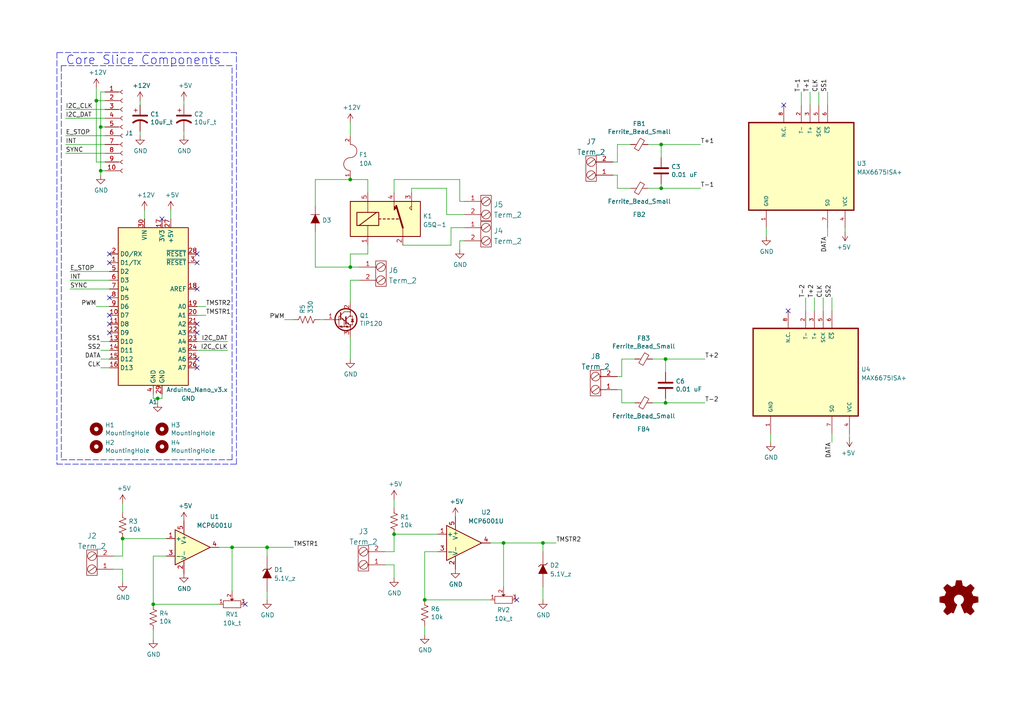
<source format=kicad_sch>
(kicad_sch (version 20231120) (generator "eeschema") (generator_version "8.0")
  (paper "A4")
  (lib_symbols
    (symbol "Amplifier_Operational:MCP6001U" (pin_names (offset 0.127))
      (property "Reference" "U" (at 0 5.08 0))
      (property "Value" "MCP6001U" (at 0 -5.08 0))
      (symbol "MCP6001U_0_1"
        (polyline (pts (xy -5.08 5.08) (xy 5.08 0) (xy -5.08 -5.08) (xy -5.08 5.08)) (stroke (width 0.254)) (fill (type background)))
        (pin power_in line (at -2.54 -7.62 90) (length 3.81) (name "V-") (number "2"))
        (pin power_in line (at -2.54 7.62 270) (length 3.81) (name "V+") (number "5"))
      )
      (symbol "MCP6001U_1_1"
        (pin input line (at -7.62 2.54 0) (length 2.54) (name "+") (number "1"))
        (pin input line (at -7.62 -2.54 0) (length 2.54) (name "-") (number "3"))
        (pin output line (at 7.62 0 180) (length 2.54) (name "~") (number "4"))
      )
    )
    (symbol "BREAD_Slice-rescue:10uF_t-OCI_UPL_2_Capacitors" (pin_numbers hide) (pin_names (offset 0.254) hide)
      (property "Reference" "C" (at 0.635 2.54 0))
      (property "Value" "10uF_t-OCI_UPL_2_Capacitors" (at 0.635 -2.54 0))
      (symbol "10uF_t-OCI_UPL_2_Capacitors_0_1"
        (polyline (pts (xy -2.032 0.762) (xy 2.032 0.762)) (stroke (width 0.508)))
        (polyline (pts (xy -1.778 2.286) (xy -0.762 2.286)))
        (polyline (pts (xy -1.27 1.778) (xy -1.27 2.794)))
        (arc (start 2.032 -1.27) (mid 0 -0.5572) (end -2.032 -1.27) (stroke (width 0.508)))
      )
      (symbol "10uF_t-OCI_UPL_2_Capacitors_1_1"
        (pin passive line (at 0 3.81 270) (length 2.794) (name "~") (number "1"))
        (pin passive line (at 0 -3.81 90) (length 3.302) (name "~") (number "2"))
      )
    )
    (symbol "Connector:Conn_01x10_Female" (pin_names (offset 1.016) hide)
      (property "Reference" "J" (at 0 12.7 0))
      (property "Value" "Conn_01x10_Female" (at 0 -15.24 0))
      (symbol "Conn_01x10_Female_1_1"
        (arc (start 0 -12.192) (mid -0.5058 -12.7) (end 0 -13.208) (stroke (width 0.1524)))
        (arc (start 0 -9.652) (mid -0.5058 -10.16) (end 0 -10.668) (stroke (width 0.1524)))
        (arc (start 0 -7.112) (mid -0.5058 -7.62) (end 0 -8.128) (stroke (width 0.1524)))
        (arc (start 0 -4.572) (mid -0.5058 -5.08) (end 0 -5.588) (stroke (width 0.1524)))
        (arc (start 0 -2.032) (mid -0.5058 -2.54) (end 0 -3.048) (stroke (width 0.1524)))
        (polyline (pts (xy -1.27 -12.7) (xy -0.508 -12.7)) (stroke (width 0.1524)))
        (polyline (pts (xy -1.27 -10.16) (xy -0.508 -10.16)) (stroke (width 0.1524)))
        (polyline (pts (xy -1.27 -7.62) (xy -0.508 -7.62)) (stroke (width 0.1524)))
        (polyline (pts (xy -1.27 -5.08) (xy -0.508 -5.08)) (stroke (width 0.1524)))
        (polyline (pts (xy -1.27 -2.54) (xy -0.508 -2.54)) (stroke (width 0.1524)))
        (polyline (pts (xy -1.27 0) (xy -0.508 0)) (stroke (width 0.1524)))
        (polyline (pts (xy -1.27 2.54) (xy -0.508 2.54)) (stroke (width 0.1524)))
        (polyline (pts (xy -1.27 5.08) (xy -0.508 5.08)) (stroke (width 0.1524)))
        (polyline (pts (xy -1.27 7.62) (xy -0.508 7.62)) (stroke (width 0.1524)))
        (polyline (pts (xy -1.27 10.16) (xy -0.508 10.16)) (stroke (width 0.1524)))
        (arc (start 0 0.508) (mid -0.5058 0) (end 0 -0.508) (stroke (width 0.1524)))
        (arc (start 0 3.048) (mid -0.5058 2.54) (end 0 2.032) (stroke (width 0.1524)))
        (arc (start 0 5.588) (mid -0.5058 5.08) (end 0 4.572) (stroke (width 0.1524)))
        (arc (start 0 8.128) (mid -0.5058 7.62) (end 0 7.112) (stroke (width 0.1524)))
        (arc (start 0 10.668) (mid -0.5058 10.16) (end 0 9.652) (stroke (width 0.1524)))
        (pin passive line (at -5.08 10.16 0) (length 3.81) (name "Pin_1") (number "1"))
        (pin passive line (at -5.08 -12.7 0) (length 3.81) (name "Pin_10") (number "10"))
        (pin passive line (at -5.08 7.62 0) (length 3.81) (name "Pin_2") (number "2"))
        (pin passive line (at -5.08 5.08 0) (length 3.81) (name "Pin_3") (number "3"))
        (pin passive line (at -5.08 2.54 0) (length 3.81) (name "Pin_4") (number "4"))
        (pin passive line (at -5.08 0 0) (length 3.81) (name "Pin_5") (number "5"))
        (pin passive line (at -5.08 -2.54 0) (length 3.81) (name "Pin_6") (number "6"))
        (pin passive line (at -5.08 -5.08 0) (length 3.81) (name "Pin_7") (number "7"))
        (pin passive line (at -5.08 -7.62 0) (length 3.81) (name "Pin_8") (number "8"))
        (pin passive line (at -5.08 -10.16 0) (length 3.81) (name "Pin_9") (number "9"))
      )
    )
    (symbol "Device:C" (pin_numbers hide) (pin_names (offset 0.254))
      (property "Reference" "C" (at 0.635 2.54 0))
      (property "Value" "C" (at 0.635 -2.54 0))
      (symbol "C_0_1"
        (polyline (pts (xy -2.032 -0.762) (xy 2.032 -0.762)) (stroke (width 0.508)))
        (polyline (pts (xy -2.032 0.762) (xy 2.032 0.762)) (stroke (width 0.508)))
      )
      (symbol "C_1_1"
        (pin passive line (at 0 3.81 270) (length 2.794) (name "~") (number "1"))
        (pin passive line (at 0 -3.81 90) (length 2.794) (name "~") (number "2"))
      )
    )
    (symbol "Device:Ferrite_Bead_Small" (pin_numbers hide) (pin_names (offset 0))
      (property "Reference" "FB" (at 1.905 1.27 0))
      (property "Value" "Device_Ferrite_Bead_Small" (at 1.905 -1.27 0))
      (symbol "Ferrite_Bead_Small_0_1"
        (polyline (pts (xy 0 -1.27) (xy 0 -0.7874)))
        (polyline (pts (xy 0 0.889) (xy 0 1.2954)))
        (polyline (pts (xy -1.8288 0.2794) (xy -1.1176 1.4986) (xy 1.8288 -0.2032) (xy 1.1176 -1.4224) (xy -1.8288 0.2794)))
      )
      (symbol "Ferrite_Bead_Small_1_1"
        (pin passive line (at 0 2.54 270) (length 1.27) (name "~") (number "1"))
        (pin passive line (at 0 -2.54 90) (length 1.27) (name "~") (number "2"))
      )
    )
    (symbol "Device:R_US" (pin_numbers hide) (pin_names (offset 0))
      (property "Reference" "R" (at 2.54 0 90))
      (property "Value" "R_US" (at -2.54 0 90))
      (symbol "R_US_0_1"
        (polyline (pts (xy 0 -2.286) (xy 0 -2.54)))
        (polyline (pts (xy 0 2.286) (xy 0 2.54)))
        (polyline (pts (xy 0 -0.762) (xy 1.016 -1.143) (xy 0 -1.524) (xy -1.016 -1.905) (xy 0 -2.286)))
        (polyline (pts (xy 0 0.762) (xy 1.016 0.381) (xy 0 0) (xy -1.016 -0.381) (xy 0 -0.762)))
        (polyline (pts (xy 0 2.286) (xy 1.016 1.905) (xy 0 1.524) (xy -1.016 1.143) (xy 0 0.762)))
      )
      (symbol "R_US_1_1"
        (pin passive line (at 0 3.81 270) (length 1.27) (name "~") (number "1"))
        (pin passive line (at 0 -3.81 90) (length 1.27) (name "~") (number "2"))
      )
    )
    (symbol "Graphic:Logo_Open_Hardware_Small" (pin_names (offset 1.016))
      (symbol "Logo_Open_Hardware_Small_0_1"
        (polyline (pts (xy 3.3528 -4.3434) (xy 3.302 -4.318) (xy 3.175 -4.2418) (xy 2.9972 -4.1148) (xy 2.7686 -3.9624) (xy 2.54 -3.81) (xy 2.3622 -3.7084) (xy 2.2352 -3.6068) (xy 2.1844 -3.5814) (xy 2.159 -3.6068) (xy 2.0574 -3.6576) (xy 1.905 -3.7338) (xy 1.8034 -3.7846) (xy 1.6764 -3.8354) (xy 1.6002 -3.8354) (xy 1.6002 -3.8354) (xy 1.5494 -3.7338) (xy 1.4732 -3.5306) (xy 1.3462 -3.302) (xy 1.2446 -3.0226) (xy 1.1176 -2.7178) (xy 0.9652 -2.413) (xy 0.8636 -2.1082) (xy 0.7366 -1.8288) (xy 0.6604 -1.6256) (xy 0.6096 -1.4732) (xy 0.5842 -1.397) (xy 0.5842 -1.397) (xy 0.6604 -1.3208) (xy 0.7874 -1.2446) (xy 1.0414 -1.016) (xy 1.2954 -0.6858) (xy 1.4478 -0.3302) (xy 1.524 0.0762) (xy 1.4732 0.4572) (xy 1.3208 0.8128) (xy 1.0668 1.143) (xy 0.762 1.3716) (xy 0.4064 1.524) (xy 0 1.5748) (xy -0.381 1.5494) (xy -0.7366 1.397) (xy -1.0668 1.143) (xy -1.2192 0.9906) (xy -1.397 0.6604) (xy -1.524 0.3048) (xy -1.524 0.2286) (xy -1.4986 -0.1778) (xy -1.397 -0.5334) (xy -1.1938 -0.8636) (xy -0.9144 -1.143) (xy -0.8636 -1.1684) (xy -0.7366 -1.27) (xy -0.635 -1.3462) (xy -0.5842 -1.397) (xy -1.0668 -2.5908) (xy -1.143 -2.794) (xy -1.2954 -3.1242) (xy -1.397 -3.4036) (xy -1.4986 -3.6322) (xy -1.5748 -3.7846) (xy -1.6002 -3.8354) (xy -1.6002 -3.8354) (xy -1.651 -3.8354) (xy -1.7272 -3.81) (xy -1.905 -3.7338) (xy -2.0066 -3.683) (xy -2.1336 -3.6068) (xy -2.2098 -3.5814) (xy -2.2606 -3.6068) (xy -2.3622 -3.683) (xy -2.54 -3.81) (xy -2.7686 -3.9624) (xy -2.9718 -4.0894) (xy -3.1496 -4.2164) (xy -3.302 -4.318) (xy -3.3528 -4.3434) (xy -3.3782 -4.3434) (xy -3.429 -4.318) (xy -3.5306 -4.2164) (xy -3.7084 -4.064) (xy -3.937 -3.8354) (xy -3.9624 -3.81) (xy -4.1656 -3.6068) (xy -4.318 -3.4544) (xy -4.4196 -3.3274) (xy -4.445 -3.2766) (xy -4.445 -3.2766) (xy -4.4196 -3.2258) (xy -4.318 -3.0734) (xy -4.2164 -2.8956) (xy -4.064 -2.667) (xy -3.6576 -2.0828) (xy -3.8862 -1.5494) (xy -3.937 -1.3716) (xy -4.0386 -1.1684) (xy -4.0894 -1.0414) (xy -4.1148 -0.9652) (xy -4.191 -0.9398) (xy -4.318 -0.9144) (xy -4.5466 -0.8636) (xy -4.8006 -0.8128) (xy -5.0546 -0.7874) (xy -5.2578 -0.7366) (xy -5.4356 -0.7112) (xy -5.5118 -0.6858) (xy -5.5118 -0.6858) (xy -5.5372 -0.635) (xy -5.5372 -0.5588) (xy -5.5372 -0.4318) (xy -5.5626 -0.2286) (xy -5.5626 0.0762) (xy -5.5626 0.127) (xy -5.5372 0.4064) (xy -5.5372 0.635) (xy -5.5372 0.762) (xy -5.5372 0.8382) (xy -5.5372 0.8382) (xy -5.461 0.8382) (xy -5.3086 0.889) (xy -5.08 0.9144) (xy -4.826 0.9652) (xy -4.8006 0.9906) (xy -4.5466 1.0414) (xy -4.318 1.0668) (xy -4.1656 1.1176) (xy -4.0894 1.143) (xy -4.0894 1.143) (xy -4.0386 1.2446) (xy -3.9624 1.4224) (xy -3.8608 1.6256) (xy -3.7846 1.8288) (xy -3.7084 2.0066) (xy -3.6576 2.159) (xy -3.6322 2.2098) (xy -3.6322 2.2098) (xy -3.683 2.286) (xy -3.7592 2.413) (xy -3.8862 2.5908) (xy -4.064 2.8194) (xy -4.064 2.8448) (xy -4.2164 3.0734) (xy -4.3434 3.2512) (xy -4.4196 3.3782) (xy -4.445 3.4544) (xy -4.445 3.4544) (xy -4.3942 3.5052) (xy -4.2926 3.6322) (xy -4.1148 3.81) (xy -3.937 4.0132) (xy -3.8608 4.064) (xy -3.6576 4.2926) (xy -3.5052 4.4196) (xy -3.4036 4.4958) (xy -3.3528 4.5212) (xy -3.3528 4.5212) (xy -3.302 4.4704) (xy -3.1496 4.3688) (xy -2.9718 4.2418) (xy -2.7432 4.0894) (xy -2.7178 4.0894) (xy -2.4892 3.937) (xy -2.3114 3.81) (xy -2.1844 3.7084) (xy -2.1336 3.683) (xy -2.1082 3.683) (xy -2.032 3.7084) (xy -1.8542 3.7592) (xy -1.6764 3.8354) (xy -1.4732 3.937) (xy -1.27 4.0132) (xy -1.143 4.064) (xy -1.0668 4.1148) (xy -1.0668 4.1148) (xy -1.0414 4.191) (xy -1.016 4.3434) (xy -0.9652 4.572) (xy -0.9144 4.8514) (xy -0.889 4.9022) (xy -0.8382 5.1562) (xy -0.8128 5.3848) (xy -0.7874 5.5372) (xy -0.762 5.588) (xy -0.7112 5.6134) (xy -0.5842 5.6134) (xy -0.4064 5.6134) (xy -0.1524 5.6134) (xy 0.0762 5.6134) (xy 0.3302 5.6134) (xy 0.5334 5.6134) (xy 0.6858 5.588) (xy 0.7366 5.588) (xy 0.7366 5.588) (xy 0.762 5.5118) (xy 0.8128 5.334) (xy 0.8382 5.1054) (xy 0.9144 4.826) (xy 0.9144 4.7752) (xy 0.9652 4.5212) (xy 1.016 4.2926) (xy 1.0414 4.1402) (xy 1.0668 4.0894) (xy 1.0668 4.0894) (xy 1.1938 4.0386) (xy 1.3716 3.9624) (xy 1.5748 3.8608) (xy 2.0828 3.6576) (xy 2.7178 4.0894) (xy 2.7686 4.1402) (xy 2.9972 4.2926) (xy 3.175 4.4196) (xy 3.302 4.4958) (xy 3.3782 4.5212) (xy 3.3782 4.5212) (xy 3.429 4.4704) (xy 3.556 4.3434) (xy 3.7338 4.191) (xy 3.9116 3.9878) (xy 4.064 3.8354) (xy 4.2418 3.6576) (xy 4.3434 3.556) (xy 4.4196 3.4798) (xy 4.4196 3.429) (xy 4.4196 3.4036) (xy 4.3942 3.3274) (xy 4.2926 3.2004) (xy 4.1656 2.9972) (xy 4.0132 2.794) (xy 3.8862 2.5908) (xy 3.7592 2.3876) (xy 3.6576 2.2352) (xy 3.6322 2.159) (xy 3.6322 2.1336) (xy 3.683 2.0066) (xy 3.7592 1.8288) (xy 3.8608 1.6002) (xy 4.064 1.1176) (xy 4.3942 1.0414) (xy 4.5974 1.016) (xy 4.8768 0.9652) (xy 5.1308 0.9144) (xy 5.5372 0.8382) (xy 5.5626 -0.6604) (xy 5.4864 -0.6858) (xy 5.4356 -0.6858) (xy 5.2832 -0.7366) (xy 5.0546 -0.762) (xy 4.8006 -0.8128) (xy 4.5974 -0.8636) (xy 4.3688 -0.9144) (xy 4.2164 -0.9398) (xy 4.1402 -0.9398) (xy 4.1148 -0.9652) (xy 4.064 -1.0668) (xy 3.9878 -1.2446) (xy 3.9116 -1.4478) (xy 3.81 -1.651) (xy 3.7338 -1.8542) (xy 3.683 -2.0066) (xy 3.6576 -2.0828) (xy 3.683 -2.1336) (xy 3.7846 -2.2606) (xy 3.8862 -2.4638) (xy 4.0386 -2.667) (xy 4.191 -2.8956) (xy 4.318 -3.0734) (xy 4.3942 -3.2004) (xy 4.445 -3.2766) (xy 4.4196 -3.3274) (xy 4.3434 -3.429) (xy 4.1656 -3.5814) (xy 3.937 -3.8354) (xy 3.8862 -3.8608) (xy 3.683 -4.064) (xy 3.5306 -4.2164) (xy 3.4036 -4.318) (xy 3.3528 -4.3434)) (fill (type outline)))
      )
    )
    (symbol "MAX6675ISA_:MAX6675ISA+" (pin_names (offset 1.016))
      (property "Reference" "U" (at -12.7 16.2306 0))
      (property "Value" "MAX6675ISA+" (at -12.7 -19.2278 0))
      (symbol "MAX6675ISA+_0_0"
        (rectangle (start -12.7 -15.24) (end 12.7 15.24) (stroke (width 0.4064)) (fill (type background)))
        (pin power_in line (at 17.78 -10.16 180) (length 5.08) (name "GND") (number "1"))
        (pin input line (at -17.78 0 0) (length 5.08) (name "T-") (number "2"))
        (pin input line (at -17.78 2.54 0) (length 5.08) (name "T+") (number "3"))
        (pin power_in line (at 17.78 12.7 180) (length 5.08) (name "VCC") (number "4"))
        (pin input line (at -17.78 5.08 0) (length 5.08) (name "SCK") (number "5"))
        (pin input line (at -17.78 7.62 0) (length 5.08) (name "~{CS}") (number "6"))
        (pin output line (at 17.78 7.62 180) (length 5.08) (name "SO") (number "7"))
        (pin bidirectional line (at -17.78 -5.08 0) (length 5.08) (name "N.C.") (number "8"))
      )
    )
    (symbol "MCU_Module:Arduino_Nano_v3.x"
      (property "Reference" "A" (at -10.16 23.495 0))
      (property "Value" "Arduino_Nano_v3.x" (at 5.08 -24.13 0))
      (symbol "Arduino_Nano_v3.x_0_1"
        (rectangle (start -10.16 22.86) (end 10.16 -22.86) (stroke (width 0.254)) (fill (type background)))
      )
      (symbol "Arduino_Nano_v3.x_1_1"
        (pin bidirectional line (at -12.7 12.7 0) (length 2.54) (name "D1/TX") (number "1"))
        (pin bidirectional line (at -12.7 -2.54 0) (length 2.54) (name "D7") (number "10"))
        (pin bidirectional line (at -12.7 -5.08 0) (length 2.54) (name "D8") (number "11"))
        (pin bidirectional line (at -12.7 -7.62 0) (length 2.54) (name "D9") (number "12"))
        (pin bidirectional line (at -12.7 -10.16 0) (length 2.54) (name "D10") (number "13"))
        (pin bidirectional line (at -12.7 -12.7 0) (length 2.54) (name "D11") (number "14"))
        (pin bidirectional line (at -12.7 -15.24 0) (length 2.54) (name "D12") (number "15"))
        (pin bidirectional line (at -12.7 -17.78 0) (length 2.54) (name "D13") (number "16"))
        (pin power_out line (at 2.54 25.4 270) (length 2.54) (name "3V3") (number "17"))
        (pin input line (at 12.7 5.08 180) (length 2.54) (name "AREF") (number "18"))
        (pin bidirectional line (at 12.7 0 180) (length 2.54) (name "A0") (number "19"))
        (pin bidirectional line (at -12.7 15.24 0) (length 2.54) (name "D0/RX") (number "2"))
        (pin bidirectional line (at 12.7 -2.54 180) (length 2.54) (name "A1") (number "20"))
        (pin bidirectional line (at 12.7 -5.08 180) (length 2.54) (name "A2") (number "21"))
        (pin bidirectional line (at 12.7 -7.62 180) (length 2.54) (name "A3") (number "22"))
        (pin bidirectional line (at 12.7 -10.16 180) (length 2.54) (name "A4") (number "23"))
        (pin bidirectional line (at 12.7 -12.7 180) (length 2.54) (name "A5") (number "24"))
        (pin bidirectional line (at 12.7 -15.24 180) (length 2.54) (name "A6") (number "25"))
        (pin bidirectional line (at 12.7 -17.78 180) (length 2.54) (name "A7") (number "26"))
        (pin power_out line (at 5.08 25.4 270) (length 2.54) (name "+5V") (number "27"))
        (pin input line (at 12.7 15.24 180) (length 2.54) (name "~{RESET}") (number "28"))
        (pin power_in line (at 2.54 -25.4 90) (length 2.54) (name "GND") (number "29"))
        (pin input line (at 12.7 12.7 180) (length 2.54) (name "~{RESET}") (number "3"))
        (pin power_in line (at -2.54 25.4 270) (length 2.54) (name "VIN") (number "30"))
        (pin power_in line (at 0 -25.4 90) (length 2.54) (name "GND") (number "4"))
        (pin bidirectional line (at -12.7 10.16 0) (length 2.54) (name "D2") (number "5"))
        (pin bidirectional line (at -12.7 7.62 0) (length 2.54) (name "D3") (number "6"))
        (pin bidirectional line (at -12.7 5.08 0) (length 2.54) (name "D4") (number "7"))
        (pin bidirectional line (at -12.7 2.54 0) (length 2.54) (name "D5") (number "8"))
        (pin bidirectional line (at -12.7 0 0) (length 2.54) (name "D6") (number "9"))
      )
    )
    (symbol "Mechanical:MountingHole" (pin_names (offset 1.016))
      (property "Reference" "H" (at 0 5.08 0))
      (property "Value" "MountingHole" (at 0 3.175 0))
      (symbol "MountingHole_0_1"
        (circle (center 0 0) (radius 1.27) (stroke (width 1.27)))
      )
    )
    (symbol "OCI_UPL_10_Connectors:Term_2" (pin_names (offset 1.016))
      (property "Reference" "J" (at 3.81 1.27 0))
      (property "Value" "Term_2" (at 6.35 3.81 0))
      (symbol "Term_2_0_1"
        (rectangle (start -1.524 5.588) (end 1.524 -1.778))
        (polyline (pts (xy -1.016 -0.762) (xy 1.016 0.762)))
        (polyline (pts (xy -1.016 3.048) (xy 1.016 4.572)))
        (circle (center 0 0) (radius 1.27))
        (circle (center 0 3.81) (radius 1.27))
      )
      (symbol "Term_2_1_1"
        (pin input line (at -6.35 3.81 0) (length 5.08) (name "~") (number "1"))
        (pin input line (at -6.35 0 0) (length 5.08) (name "~") (number "2"))
      )
    )
    (symbol "OCI_UPL_11_Mechanical:FUSE_Blade" (pin_names (offset 0.254))
      (property "Reference" "F" (at 2.54 1.27 0))
      (property "Value" "FUSE_Blade" (at 0 -3.81 0))
      (symbol "FUSE_Blade_0_1"
        (arc (start 0 0) (mid -1.905 1.8967) (end -3.81 0))
        (arc (start 0 0) (mid 1.905 -1.8967) (end 3.81 0))
      )
      (symbol "FUSE_Blade_1_1"
        (pin input line (at -6.35 0 0) (length 2.54) (name "~") (number "1"))
        (pin input line (at 6.35 0 180) (length 2.54) (name "~") (number "2"))
      )
    )
    (symbol "OCI_UPL_1_Resistors:10k_t" (pin_names (offset 1.016) hide)
      (property "Reference" "RV" (at 0 -2.032 0))
      (property "Value" "10k_t" (at 0 0 0))
      (symbol "10k_t_0_1"
        (rectangle (start -2.54 1.016) (end 2.54 -1.016))
        (polyline (pts (xy 0 1.016) (xy -0.508 1.524) (xy 0.508 1.524)) (fill (type outline)))
      )
      (symbol "10k_t_1_1"
        (pin passive line (at -3.81 0 0) (length 1.27) (name "1") (number "1"))
        (pin passive line (at 0 3.81 270) (length 2.54) (name "2") (number "2"))
        (pin passive line (at 3.81 0 180) (length 1.27) (name "3") (number "3"))
      )
    )
    (symbol "OCI_UPL_4_Semiconductors:5.1V_z" (pin_numbers hide) (pin_names (offset 1.016) hide)
      (property "Reference" "D" (at 0 2.54 0))
      (property "Value" "5.1V_z" (at 0 -2.54 0))
      (symbol "5.1V_z_0_1"
        (polyline (pts (xy -1.778 1.27) (xy -1.27 0.762) (xy -1.27 -0.762) (xy -0.762 -1.27) (xy -0.762 -1.27)) (stroke (width 0.2032)))
        (polyline (pts (xy -1.27 0) (xy 1.27 1.27) (xy 1.27 -1.27) (xy -1.27 0) (xy -1.27 0)) (fill (type outline)))
      )
      (symbol "5.1V_z_1_1"
        (pin passive line (at -5.08 0 0) (length 3.81) (name "K") (number "1"))
        (pin passive line (at 5.08 0 180) (length 3.81) (name "A") (number "2"))
      )
    )
    (symbol "OCI_UPL_4_Semiconductors:General_Purpose_Diode" (pin_numbers hide) (pin_names (offset 1.016) hide)
      (property "Reference" "D" (at 0 2.54 0))
      (symbol "General_Purpose_Diode_0_1"
        (polyline (pts (xy -1.27 1.27) (xy -1.27 -1.27)) (stroke (width 0.1524)))
        (polyline (pts (xy 1.27 1.27) (xy -1.27 0) (xy 1.27 -1.27)) (fill (type outline)))
      )
      (symbol "General_Purpose_Diode_1_1"
        (pin passive line (at -3.81 0 0) (length 2.54) (name "K") (number "1"))
        (pin passive line (at 3.81 0 180) (length 2.54) (name "A") (number "2"))
      )
    )
    (symbol "Relay:G5Q-1"
      (property "Reference" "K" (at 11.43 3.81 0))
      (property "Value" "G5Q-1" (at 11.43 1.27 0))
      (symbol "G5Q-1_0_0"
        (polyline (pts (xy 7.62 5.08) (xy 7.62 2.54) (xy 6.985 3.175) (xy 7.62 3.81)))
      )
      (symbol "G5Q-1_0_1"
        (rectangle (start -10.16 5.08) (end 10.16 -5.08) (stroke (width 0.254)) (fill (type background)))
        (rectangle (start -8.255 1.905) (end -1.905 -1.905) (stroke (width 0.254)))
        (polyline (pts (xy -7.62 -1.905) (xy -2.54 1.905)) (stroke (width 0.254)))
        (polyline (pts (xy -5.08 -5.08) (xy -5.08 -1.905)))
        (polyline (pts (xy -5.08 5.08) (xy -5.08 1.905)))
        (polyline (pts (xy -1.905 0) (xy -1.27 0)) (stroke (width 0.254)))
        (polyline (pts (xy -0.635 0) (xy 0 0)) (stroke (width 0.254)))
        (polyline (pts (xy 0.635 0) (xy 1.27 0)) (stroke (width 0.254)))
        (polyline (pts (xy 1.905 0) (xy 2.54 0)) (stroke (width 0.254)))
        (polyline (pts (xy 3.175 0) (xy 3.81 0)) (stroke (width 0.254)))
        (polyline (pts (xy 5.08 -2.54) (xy 3.175 3.81)) (stroke (width 0.508)))
        (polyline (pts (xy 5.08 -2.54) (xy 5.08 -5.08)))
        (polyline (pts (xy 2.54 5.08) (xy 2.54 2.54) (xy 3.175 3.175) (xy 2.54 3.81)) (fill (type outline)))
      )
      (symbol "G5Q-1_1_1"
        (pin passive line (at -5.08 -7.62 90) (length 2.54) (name "~") (number "1"))
        (pin passive line (at 5.08 -7.62 90) (length 2.54) (name "~") (number "2"))
        (pin passive line (at 7.62 7.62 270) (length 2.54) (name "~") (number "3"))
        (pin passive line (at 2.54 7.62 270) (length 2.54) (name "~") (number "4"))
        (pin passive line (at -5.08 7.62 270) (length 2.54) (name "~") (number "5"))
      )
    )
    (symbol "Transistor_BJT:TIP120" (pin_names (offset 0) hide)
      (property "Reference" "Q" (at 5.08 1.905 0))
      (property "Value" "TIP120" (at 5.08 0 0))
      (symbol "TIP120_0_1"
        (circle (center -0.762 0) (radius 0.127))
        (polyline (pts (xy -1.27 0) (xy -0.889 0)))
        (polyline (pts (xy 2.54 -2.032) (xy 2.54 -2.54)))
        (polyline (pts (xy 2.54 -1.524) (xy 3.175 -1.524)))
        (polyline (pts (xy 2.794 0.127) (xy 3.556 0.127)))
        (polyline (pts (xy 3.175 -0.635) (xy 3.175 -1.524)))
        (polyline (pts (xy 3.175 1.016) (xy 2.54 1.016)))
        (polyline (pts (xy 3.175 1.016) (xy 3.175 0.127)))
        (polyline (pts (xy -0.254 0.762) (xy 0.762 -0.254) (xy 1.27 -0.254)))
        (polyline (pts (xy -0.254 1.016) (xy -0.762 1.016) (xy -0.762 -2.032)))
        (polyline (pts (xy -0.254 1.27) (xy 0.762 2.286) (xy 2.54 2.286)))
        (polyline (pts (xy -0.254 2.032) (xy -0.254 0) (xy -0.254 0)) (stroke (width 0.3048)))
        (polyline (pts (xy 1.27 0.762) (xy 1.27 -1.27) (xy 1.27 -1.27)) (stroke (width 0.381)))
        (polyline (pts (xy 0.635 -0.127) (xy 0.381 0.381) (xy 0.127 0.127) (xy 0.635 -0.127)))
        (polyline (pts (xy 1.27 -0.508) (xy 2.286 -1.524) (xy 2.54 -1.524) (xy 2.54 -2.032)))
        (polyline (pts (xy 1.27 0) (xy 2.286 1.016) (xy 2.54 1.016) (xy 2.54 2.286)))
        (polyline (pts (xy 2.159 -1.397) (xy 1.905 -0.889) (xy 1.651 -1.143) (xy 2.159 -1.397)))
        (polyline (pts (xy 3.175 0.127) (xy 2.794 -0.635) (xy 3.556 -0.635) (xy 3.175 0.127)) (fill (type outline)))
        (polyline (pts (xy 0.762 -2.032) (xy 0.381 -2.032) (xy 0.254 -2.286) (xy 0.127 -1.778) (xy 0 -2.286) (xy -0.127 -1.778) (xy -0.254 -2.286) (xy -0.381 -1.778) (xy -0.508 -2.032) (xy -0.762 -2.032)))
        (polyline (pts (xy 0.762 -0.254) (xy 0.762 -2.032) (xy 1.143 -2.032) (xy 1.27 -1.778) (xy 1.397 -2.286) (xy 1.524 -1.778) (xy 1.651 -2.286) (xy 1.778 -1.778) (xy 1.905 -2.286) (xy 2.032 -2.032) (xy 2.54 -2.032)))
        (circle (center 0.762 -2.032) (radius 0.127))
        (circle (center 0.762 -0.254) (radius 0.127))
        (circle (center 1.27 0) (radius 3.175) (stroke (width 0.3556)))
        (circle (center 2.54 -2.032) (radius 0.127))
        (circle (center 2.54 -1.524) (radius 0.127))
        (circle (center 2.54 1.016) (radius 0.127))
        (circle (center 2.54 2.286) (radius 0.127))
      )
      (symbol "TIP120_1_1"
        (pin input line (at -5.08 0 0) (length 3.81) (name "B") (number "1"))
        (pin passive line (at 2.54 5.08 270) (length 2.667) (name "C") (number "2"))
        (pin passive line (at 2.54 -5.08 90) (length 2.54) (name "E") (number "3"))
      )
    )
    (symbol "power:+12V" (power) (pin_names (offset 0))
      (property "Value" "+12V" (at 0 3.556 0))
      (symbol "+12V_0_1"
        (polyline (pts (xy -0.762 1.27) (xy 0 2.54)))
        (polyline (pts (xy 0 0) (xy 0 2.54)))
        (polyline (pts (xy 0 2.54) (xy 0.762 1.27)))
      )
      (symbol "+12V_1_1"
        (pin power_in line (at 0 0 90) (length 0) hide (name "+12V") (number "1"))
      )
    )
    (symbol "power:+5V" (power) (pin_names (offset 0))
      (property "Value" "+5V" (at 0 3.556 0))
      (symbol "+5V_0_1"
        (polyline (pts (xy -0.762 1.27) (xy 0 2.54)))
        (polyline (pts (xy 0 0) (xy 0 2.54)))
        (polyline (pts (xy 0 2.54) (xy 0.762 1.27)))
      )
      (symbol "+5V_1_1"
        (pin power_in line (at 0 0 90) (length 0) hide (name "+5V") (number "1"))
      )
    )
    (symbol "power:GND" (power) (pin_names (offset 0))
      (property "Value" "GND" (at 0 -3.81 0))
      (symbol "GND_0_1"
        (polyline (pts (xy 0 0) (xy 0 -1.27) (xy 1.27 -1.27) (xy 0 -2.54) (xy -1.27 -1.27) (xy 0 -1.27)))
      )
      (symbol "GND_1_1"
        (pin power_in line (at 0 0 270) (length 0) hide (name "GND") (number "1"))
      )
    )
  )
  (junction (at 123.19 173.99))
  (junction (at 29.21 49.53))
  (junction (at 101.6 77.47))
  (junction (at 35.56 156.21))
  (junction (at 101.6 52.07))
  (junction (at 191.77 54.61))
  (junction (at 27.94 29.21))
  (junction (at 114.3 154.94))
  (junction (at 45.72 115.57))
  (junction (at 29.21 36.83))
  (junction (at 67.31 158.75))
  (junction (at 193.04 116.84))
  (junction (at 157.48 157.48))
  (junction (at 191.77 41.91))
  (junction (at 77.47 158.75))
  (junction (at 146.05 157.48))
  (junction (at 193.04 104.14))
  (junction (at 44.45 175.26))
  (no_connect (at 57.15 96.52))
  (no_connect (at 31.75 86.36))
  (no_connect (at 57.15 83.82))
  (no_connect (at 31.75 76.2))
  (no_connect (at 149.86 173.99))
  (no_connect (at 228.6 90.17))
  (no_connect (at 31.75 91.44))
  (no_connect (at 31.75 96.52))
  (no_connect (at 71.12 175.26))
  (no_connect (at 31.75 73.66))
  (no_connect (at 46.99 63.5))
  (no_connect (at 31.75 93.98))
  (no_connect (at 57.15 93.98))
  (no_connect (at 57.15 106.68))
  (no_connect (at 57.15 104.14))
  (no_connect (at 57.15 73.66))
  (no_connect (at 57.15 76.2))
  (no_connect (at 227.33 30.48))
  (wire (pts (xy 106.68 71.12) (xy 106.68 73.66)))
  (wire (pts (xy 46.99 115.57) (xy 46.99 114.3)))
  (wire (pts (xy 29.21 106.68) (xy 31.75 106.68)))
  (wire (pts (xy 180.34 113.03) (xy 180.34 116.84)))
  (wire (pts (xy 29.21 101.6) (xy 31.75 101.6)))
  (wire (pts (xy 77.47 171.45) (xy 77.47 173.99)))
  (wire (pts (xy 123.19 173.99) (xy 142.24 173.99)))
  (wire (pts (xy 101.6 73.66) (xy 101.6 77.47)))
  (wire (pts (xy 114.3 52.07) (xy 133.35 52.07)))
  (wire (pts (xy 129.54 54.61) (xy 129.54 62.23)))
  (wire (pts (xy 114.3 154.94) (xy 127 154.94)))
  (wire (pts (xy 146.05 157.48) (xy 157.48 157.48)))
  (wire (pts (xy 142.24 157.48) (xy 146.05 157.48)))
  (wire (pts (xy 40.64 39.37) (xy 40.64 38.1)))
  (wire (pts (xy 63.5 158.75) (xy 67.31 158.75)))
  (wire (pts (xy 91.44 52.07) (xy 91.44 59.69)))
  (wire (pts (xy 35.56 156.21) (xy 35.56 161.29)))
  (wire (pts (xy 45.72 115.57) (xy 46.99 115.57)))
  (polyline (pts (xy 67.31 133.35) (xy 67.31 19.05)) (stroke (width 0) (type dash)))
  (wire (pts (xy 157.48 170.18) (xy 157.48 173.99)))
  (wire (pts (xy 106.68 55.88) (xy 106.68 52.07)))
  (wire (pts (xy 157.48 157.48) (xy 157.48 160.02)))
  (wire (pts (xy 179.07 46.99) (xy 179.07 41.91)))
  (wire (pts (xy 101.6 52.07) (xy 106.68 52.07)))
  (wire (pts (xy 234.95 26.67) (xy 234.95 30.48)))
  (wire (pts (xy 19.05 41.91) (xy 30.48 41.91)))
  (wire (pts (xy 133.35 52.07) (xy 133.35 58.42)))
  (wire (pts (xy 101.6 77.47) (xy 104.14 77.47)))
  (wire (pts (xy 129.54 62.23) (xy 134.62 62.23)))
  (wire (pts (xy 27.94 29.21) (xy 30.48 29.21)))
  (wire (pts (xy 133.35 58.42) (xy 134.62 58.42)))
  (wire (pts (xy 106.68 73.66) (xy 101.6 73.66)))
  (wire (pts (xy 111.76 163.83) (xy 114.3 163.83)))
  (wire (pts (xy 44.45 182.88) (xy 44.45 185.42)))
  (polyline (pts (xy 16.51 134.62) (xy 68.58 134.62)) (stroke (width 0) (type dash)))
  (wire (pts (xy 77.47 158.75) (xy 77.47 161.29)))
  (wire (pts (xy 180.34 109.22) (xy 180.34 104.14)))
  (wire (pts (xy 133.35 69.85) (xy 133.35 72.39)))
  (wire (pts (xy 236.22 86.36) (xy 236.22 90.17)))
  (polyline (pts (xy 17.78 19.05) (xy 17.78 133.35)) (stroke (width 0) (type dash)))
  (wire (pts (xy 92.71 92.71) (xy 93.98 92.71)))
  (wire (pts (xy 114.3 55.88) (xy 114.3 52.07)))
  (wire (pts (xy 193.04 104.14) (xy 204.47 104.14)))
  (wire (pts (xy 179.07 109.22) (xy 180.34 109.22)))
  (wire (pts (xy 240.03 26.67) (xy 240.03 30.48)))
  (wire (pts (xy 123.19 181.61) (xy 123.19 184.15)))
  (wire (pts (xy 27.94 25.4) (xy 27.94 29.21)))
  (wire (pts (xy 179.07 41.91) (xy 182.88 41.91)))
  (wire (pts (xy 48.26 161.29) (xy 44.45 161.29)))
  (wire (pts (xy 29.21 49.53) (xy 29.21 36.83)))
  (wire (pts (xy 187.96 41.91) (xy 191.77 41.91)))
  (wire (pts (xy 187.96 54.61) (xy 191.77 54.61)))
  (wire (pts (xy 29.21 99.06) (xy 31.75 99.06)))
  (wire (pts (xy 35.56 165.1) (xy 35.56 168.91)))
  (wire (pts (xy 30.48 39.37) (xy 19.05 39.37)))
  (wire (pts (xy 134.62 69.85) (xy 133.35 69.85)))
  (wire (pts (xy 232.41 26.67) (xy 232.41 30.48)))
  (wire (pts (xy 53.34 30.48) (xy 53.34 29.21)))
  (polyline (pts (xy 67.31 19.05) (xy 17.78 19.05)) (stroke (width 0) (type dash)))
  (wire (pts (xy 222.25 66.04) (xy 222.25 68.58)))
  (wire (pts (xy 44.45 161.29) (xy 44.45 175.26)))
  (wire (pts (xy 157.48 157.48) (xy 161.29 157.48)))
  (wire (pts (xy 30.48 46.99) (xy 27.94 46.99)))
  (wire (pts (xy 19.05 44.45) (xy 30.48 44.45)))
  (wire (pts (xy 177.8 46.99) (xy 179.07 46.99)))
  (wire (pts (xy 57.15 88.9) (xy 59.69 88.9)))
  (wire (pts (xy 101.6 35.56) (xy 101.6 39.37)))
  (wire (pts (xy 101.6 81.28) (xy 104.14 81.28)))
  (wire (pts (xy 130.81 71.12) (xy 130.81 66.04)))
  (wire (pts (xy 116.84 71.12) (xy 130.81 71.12)))
  (wire (pts (xy 33.02 161.29) (xy 35.56 161.29)))
  (wire (pts (xy 30.48 31.75) (xy 19.05 31.75)))
  (wire (pts (xy 20.32 83.82) (xy 31.75 83.82)))
  (wire (pts (xy 177.8 50.8) (xy 179.07 50.8)))
  (polyline (pts (xy 68.58 15.24) (xy 16.51 15.24)) (stroke (width 0) (type dash)))
  (wire (pts (xy 193.04 116.84) (xy 204.47 116.84)))
  (wire (pts (xy 233.68 86.36) (xy 233.68 90.17)))
  (wire (pts (xy 238.76 86.36) (xy 238.76 90.17)))
  (wire (pts (xy 101.6 97.79) (xy 101.6 104.14)))
  (wire (pts (xy 19.05 34.29) (xy 30.48 34.29)))
  (wire (pts (xy 114.3 163.83) (xy 114.3 167.64)))
  (wire (pts (xy 49.53 60.96) (xy 49.53 63.5)))
  (wire (pts (xy 146.05 157.48) (xy 146.05 170.18)))
  (wire (pts (xy 44.45 114.3) (xy 44.45 115.57)))
  (wire (pts (xy 191.77 41.91) (xy 191.77 45.72)))
  (polyline (pts (xy 16.51 15.24) (xy 16.51 134.62)) (stroke (width 0) (type dash)))
  (wire (pts (xy 35.56 146.05) (xy 35.56 148.59)))
  (wire (pts (xy 91.44 77.47) (xy 101.6 77.47)))
  (wire (pts (xy 191.77 54.61) (xy 203.2 54.61)))
  (wire (pts (xy 123.19 160.02) (xy 123.19 173.99)))
  (wire (pts (xy 29.21 26.67) (xy 30.48 26.67)))
  (wire (pts (xy 245.11 66.04) (xy 245.11 67.31)))
  (wire (pts (xy 40.64 30.48) (xy 40.64 29.21)))
  (wire (pts (xy 193.04 104.14) (xy 193.04 107.95)))
  (wire (pts (xy 179.07 50.8) (xy 179.07 54.61)))
  (wire (pts (xy 101.6 52.07) (xy 91.44 52.07)))
  (wire (pts (xy 191.77 41.91) (xy 203.2 41.91)))
  (wire (pts (xy 77.47 158.75) (xy 85.09 158.75)))
  (wire (pts (xy 33.02 165.1) (xy 35.56 165.1)))
  (wire (pts (xy 241.3 125.73) (xy 241.3 128.27)))
  (wire (pts (xy 30.48 36.83) (xy 29.21 36.83)))
  (wire (pts (xy 44.45 115.57) (xy 45.72 115.57)))
  (wire (pts (xy 101.6 81.28) (xy 101.6 87.63)))
  (wire (pts (xy 111.76 160.02) (xy 114.3 160.02)))
  (wire (pts (xy 45.72 115.57) (xy 45.72 116.84)))
  (wire (pts (xy 31.75 78.74) (xy 20.32 78.74)))
  (wire (pts (xy 29.21 104.14) (xy 31.75 104.14)))
  (wire (pts (xy 193.04 116.84) (xy 193.04 115.57)))
  (wire (pts (xy 35.56 156.21) (xy 48.26 156.21)))
  (wire (pts (xy 53.34 39.37) (xy 53.34 38.1)))
  (wire (pts (xy 27.94 46.99) (xy 27.94 29.21)))
  (wire (pts (xy 29.21 50.8) (xy 29.21 49.53)))
  (wire (pts (xy 67.31 158.75) (xy 77.47 158.75)))
  (wire (pts (xy 189.23 104.14) (xy 193.04 104.14)))
  (wire (pts (xy 114.3 154.94) (xy 114.3 160.02)))
  (wire (pts (xy 191.77 54.61) (xy 191.77 53.34)))
  (wire (pts (xy 20.32 81.28) (xy 31.75 81.28)))
  (wire (pts (xy 57.15 101.6) (xy 66.04 101.6)))
  (wire (pts (xy 180.34 116.84) (xy 184.15 116.84)))
  (wire (pts (xy 67.31 158.75) (xy 67.31 171.45)))
  (wire (pts (xy 241.3 86.36) (xy 241.3 90.17)))
  (wire (pts (xy 237.49 26.67) (xy 237.49 30.48)))
  (wire (pts (xy 127 160.02) (xy 123.19 160.02)))
  (wire (pts (xy 82.55 92.71) (xy 85.09 92.71)))
  (wire (pts (xy 179.07 54.61) (xy 182.88 54.61)))
  (wire (pts (xy 29.21 36.83) (xy 29.21 26.67)))
  (wire (pts (xy 41.91 60.96) (xy 41.91 63.5)))
  (wire (pts (xy 27.94 88.9) (xy 31.75 88.9)))
  (wire (pts (xy 119.38 55.88) (xy 119.38 54.61)))
  (wire (pts (xy 57.15 91.44) (xy 59.69 91.44)))
  (wire (pts (xy 66.04 99.06) (xy 57.15 99.06)))
  (wire (pts (xy 240.03 66.04) (xy 240.03 68.58)))
  (polyline (pts (xy 17.78 133.35) (xy 67.31 133.35)) (stroke (width 0) (type dash)))
  (wire (pts (xy 119.38 54.61) (xy 129.54 54.61)))
  (wire (pts (xy 44.45 175.26) (xy 63.5 175.26)))
  (wire (pts (xy 30.48 49.53) (xy 29.21 49.53)))
  (wire (pts (xy 180.34 104.14) (xy 184.15 104.14)))
  (wire (pts (xy 91.44 67.31) (xy 91.44 77.47)))
  (wire (pts (xy 189.23 116.84) (xy 193.04 116.84)))
  (wire (pts (xy 223.52 125.73) (xy 223.52 128.27)))
  (polyline (pts (xy 68.58 134.62) (xy 68.58 15.24)) (stroke (width 0) (type dash)))
  (wire (pts (xy 130.81 66.04) (xy 134.62 66.04)))
  (wire (pts (xy 179.07 113.03) (xy 180.34 113.03)))
  (wire (pts (xy 114.3 144.78) (xy 114.3 147.32)))
  (wire (pts (xy 246.38 125.73) (xy 246.38 127)))
  (text "Core Slice Components" (at 19.05 19.05 0) (effects (font (size 2.54 2.54)) (justify left bottom)))
  (label "T+2" (at 236.22 86.36 90))
  (label "CLK" (at 237.49 26.67 90))
  (label "T-2" (at 204.47 116.84 0))
  (label "I2C_CLK" (at 19.05 31.75 0))
  (label "I2C_DAT" (at 19.05 34.29 0))
  (label "E_STOP" (at 20.32 78.74 0))
  (label "E_STOP" (at 19.05 39.37 0))
  (label "CLK" (at 29.21 106.68 180))
  (label "SS2" (at 29.21 101.6 180))
  (label "PWM" (at 82.55 92.71 180))
  (label "DATA" (at 240.03 68.58 270))
  (label "DATA" (at 241.3 128.27 270))
  (label "T-1" (at 203.2 54.61 0))
  (label "INT" (at 20.32 81.28 0))
  (label "PWM" (at 27.94 88.9 180))
  (label "SS1" (at 240.03 26.67 90))
  (label "T-2" (at 233.68 86.36 90))
  (label "TMSTR1" (at 85.09 158.75 0))
  (label "T+1" (at 203.2 41.91 0))
  (label "T+2" (at 204.47 104.14 0))
  (label "SYNC" (at 20.32 83.82 0))
  (label "T-1" (at 232.41 26.67 90))
  (label "CLK" (at 238.76 86.36 90))
  (label "SYNC" (at 19.05 44.45 0))
  (label "DATA" (at 29.21 104.14 180))
  (label "SS1" (at 29.21 99.06 180))
  (label "SS2" (at 241.3 86.36 90))
  (label "TMSTR1" (at 59.69 91.44 0))
  (label "I2C_DAT" (at 66.04 99.06 180))
  (label "INT" (at 19.05 41.91 0))
  (label "T+1" (at 234.95 26.67 90))
  (label "I2C_CLK" (at 66.04 101.6 180))
  (label "TMSTR2" (at 161.29 157.48 0))
  (label "TMSTR2" (at 59.69 88.9 0))
  (symbol (lib_id "power:GND") (at 45.72 116.84 0) (unit 1)
    (property "Reference" "#PWR06" (effects (hide yes)))
    (property "Value" "GND" (at 54.61 115.57 0))
  )
  (symbol (lib_id "power:+5V") (at 49.53 60.96 0) (unit 1)
    (property "Reference" "#PWR07" (effects (hide yes)))
    (property "Value" "+5V" (at 49.911 56.5658 0))
  )
  (symbol (lib_id "power:+12V") (at 41.91 60.96 0) (unit 1)
    (property "Reference" "#PWR05" (effects (hide yes)))
    (property "Value" "+12V" (at 42.291 56.5658 0))
  )
  (symbol (lib_id "BREAD_Slice-rescue:10uF_t-OCI_UPL_2_Capacitors") (at 40.64 34.29 0) (unit 1)
    (property "Reference" "C1" (at 43.561 33.1216 0) (effects (justify left)))
    (property "Value" "10uF_t" (at 43.561 35.433 0) (effects (justify left)))
    (property "Footprint" "OCI:C_1206_HandSoldering" (effects (hide yes)))
    (property "Datasheet" "https://www.digikey.com/short/qcd8n7" (effects (hide yes)))
    (property "Part #" "T491C106K025AT" (effects (hide yes)))
    (property "UPL #" "2.021" (effects (hide yes)))
  )
  (symbol (lib_id "power:GND") (at 40.64 39.37 0) (unit 1)
    (property "Reference" "#PWR04" (effects (hide yes)))
    (property "Value" "GND" (at 40.767 43.7642 0))
  )
  (symbol (lib_id "Mechanical:MountingHole") (at 27.94 124.46 0) (unit 1)
    (property "Reference" "H1" (at 30.48 123.2916 0) (effects (justify left)))
    (property "Value" "MountingHole" (at 30.48 125.603 0) (effects (justify left)))
    (property "Footprint" "MountingHole:MountingHole_3.2mm_M3_DIN965_Pad" (effects (hide yes)))
  )
  (symbol (lib_id "Mechanical:MountingHole") (at 46.99 124.46 0) (unit 1)
    (property "Reference" "H3" (at 49.53 123.2916 0) (effects (justify left)))
    (property "Value" "MountingHole" (at 49.53 125.603 0) (effects (justify left)))
    (property "Footprint" "MountingHole:MountingHole_3.2mm_M3_DIN965_Pad" (effects (hide yes)))
  )
  (symbol (lib_id "Mechanical:MountingHole") (at 27.94 129.54 0) (unit 1)
    (property "Reference" "H2" (at 30.48 128.3716 0) (effects (justify left)))
    (property "Value" "MountingHole" (at 30.48 130.683 0) (effects (justify left)))
    (property "Footprint" "MountingHole:MountingHole_3.2mm_M3_DIN965_Pad" (effects (hide yes)))
  )
  (symbol (lib_id "Mechanical:MountingHole") (at 46.99 129.54 0) (unit 1)
    (property "Reference" "H4" (at 49.53 128.3716 0) (effects (justify left)))
    (property "Value" "MountingHole" (at 49.53 130.683 0) (effects (justify left)))
    (property "Footprint" "MountingHole:MountingHole_3.2mm_M3_DIN965_Pad" (effects (hide yes)))
  )
  (symbol (lib_id "MCU_Module:Arduino_Nano_v3.x") (at 44.45 88.9 0) (unit 1)
    (property "Reference" "A1" (at 44.45 116.5606 0))
    (property "Value" "Arduino_Nano_v3.x" (at 57.15 113.03 0))
    (property "Footprint" "Module:Arduino_Nano" (effects (hide yes)))
    (property "Datasheet" "http://www.mouser.com/pdfdocs/Gravitech_Arduino_Nano3_0.pdf" (effects (hide yes)))
  )
  (symbol (lib_id "Graphic:Logo_Open_Hardware_Small") (at 278.13 173.99 0) (unit 1)
    (property "Reference" "Logo1" (effects (hide yes)))
    (property "Value" "Logo_Open_Hardware_Small" (effects (hide yes)))
    (property "Footprint" "Symbol:OSHW-Symbol_6.7x6mm_SilkScreen" (effects (hide yes)))
  )
  (symbol (lib_id "Connector:Conn_01x10_Female") (at 35.56 36.83 0) (unit 1)
    (property "Reference" "J1" (at 36.2712 38.608 0) (effects (justify left)))
    (property "Value" "Conn_01x10_Female" (effects (hide yes)))
    (property "Footprint" "Connector_PinSocket_2.54mm:PinSocket_1x10_P2.54mm_Horizontal" (effects (hide yes)))
  )
  (symbol (lib_id "power:+12V") (at 27.94 25.4 0) (unit 1)
    (property "Reference" "#PWR01" (effects (hide yes)))
    (property "Value" "+12V" (at 28.321 21.0058 0))
  )
  (symbol (lib_id "power:GND") (at 29.21 50.8 0) (unit 1)
    (property "Reference" "#PWR02" (effects (hide yes)))
    (property "Value" "GND" (at 29.337 55.1942 0))
  )
  (symbol (lib_id "power:+12V") (at 40.64 29.21 0) (unit 1)
    (property "Reference" "#PWR03" (effects (hide yes)))
    (property "Value" "+12V" (at 41.021 24.8158 0))
  )
  (symbol (lib_id "BREAD_Slice-rescue:10uF_t-OCI_UPL_2_Capacitors") (at 53.34 34.29 0) (unit 1)
    (property "Reference" "C2" (at 56.261 33.1216 0) (effects (justify left)))
    (property "Value" "10uF_t" (at 56.261 35.433 0) (effects (justify left)))
    (property "Footprint" "OCI:C_1206_HandSoldering" (effects (hide yes)))
    (property "Datasheet" "https://www.digikey.com/short/qcd8n7" (effects (hide yes)))
    (property "Part #" "T491C106K025AT" (effects (hide yes)))
    (property "UPL #" "2.021" (effects (hide yes)))
  )
  (symbol (lib_id "power:GND") (at 53.34 39.37 0) (unit 1)
    (property "Reference" "#PWR09" (effects (hide yes)))
    (property "Value" "GND" (at 53.467 43.7642 0))
  )
  (symbol (lib_id "power:+5V") (at 53.34 29.21 0) (unit 1)
    (property "Reference" "#PWR08" (effects (hide yes)))
    (property "Value" "+5V" (at 53.721 24.8158 0))
  )
  (symbol (lib_id "Transistor_BJT:TIP120") (at 99.06 92.71 0) (unit 1)
    (property "Reference" "Q1" (at 104.3178 91.5416 0) (effects (justify left)))
    (property "Value" "TIP120" (at 104.3178 93.853 0) (effects (justify left)))
    (property "Footprint" "Package_TO_SOT_THT:TO-220-3_Vertical" (effects (hide yes)))
    (property "Datasheet" "https://www.onsemi.com/pub/Collateral/TIP120-D.PDF" (effects (hide yes)))
  )
  (symbol (lib_id "power:GND") (at 101.6 104.14 0) (unit 1)
    (property "Reference" "#PWR0102" (effects (hide yes)))
    (property "Value" "GND" (at 101.727 108.5342 0))
  )
  (symbol (lib_id "Device:Ferrite_Bead_Small") (at 185.42 41.91 270) (unit 1)
    (property "Reference" "FB1" (at 185.42 35.8902 90))
    (property "Value" "Ferrite_Bead_Small" (at 185.42 38.2016 90))
    (property "Footprint" "OCI:R_1206_HandSoldering" (effects (hide yes)))
  )
  (symbol (lib_id "Device:Ferrite_Bead_Small") (at 185.42 54.61 270) (unit 1)
    (property "Reference" "FB2" (at 185.42 62.23 90))
    (property "Value" "Ferrite_Bead_Small" (at 185.42 58.42 90))
    (property "Footprint" "OCI:R_1206_HandSoldering" (effects (hide yes)))
  )
  (symbol (lib_id "Device:C") (at 191.77 49.53 0) (unit 1)
    (property "Reference" "C3" (at 194.691 48.3616 0) (effects (justify left)))
    (property "Value" "0.01 uF" (at 194.691 50.673 0) (effects (justify left)))
    (property "Footprint" "OCI:C_1206_HandSoldering" (effects (hide yes)))
  )
  (symbol (lib_id "power:GND") (at 222.25 68.58 0) (unit 1)
    (property "Reference" "#PWR0105" (effects (hide yes)))
    (property "Value" "GND" (at 222.377 72.9742 0))
  )
  (symbol (lib_id "Device:R_US") (at 114.3 151.13 0) (unit 1)
    (property "Reference" "R1" (at 116.0272 149.9616 0) (effects (justify left)))
    (property "Value" "10k" (at 116.0272 152.273 0) (effects (justify left)))
    (property "Footprint" "OCI:R_1206_HandSoldering" (effects (hide yes)))
  )
  (symbol (lib_id "power:GND") (at 114.3 167.64 0) (unit 1)
    (property "Reference" "#PWR0107" (effects (hide yes)))
    (property "Value" "GND" (at 114.427 172.0342 0))
  )
  (symbol (lib_id "power:+5V") (at 114.3 144.78 0) (unit 1)
    (property "Reference" "#PWR0108" (effects (hide yes)))
    (property "Value" "+5V" (at 114.681 140.3858 0))
  )
  (symbol (lib_id "power:GND") (at 44.45 185.42 0) (unit 1)
    (property "Reference" "#PWR012" (effects (hide yes)))
    (property "Value" "GND" (at 44.577 189.8142 0))
  )
  (symbol (lib_id "OCI_UPL_10_Connectors:Term_2") (at 171.45 46.99 180) (unit 1)
    (property "Reference" "J7" (at 171.45 41.1279 0) (effects (font (size 1.524 1.524))))
    (property "Value" "Term_2" (at 171.45 44.1213 0) (effects (font (size 1.524 1.524))))
    (property "Footprint" "OCI:TerminalBlock_Pheonix_MKDS1.5-2pol" (effects (hide yes)))
    (property "Datasheet" "https://www.digikey.com/short/q7wbhd" (effects (hide yes)))
    (property "Part #" "1935161" (effects (hide yes)))
    (property "UPL #" "10.003" (effects (hide yes)))
  )
  (symbol (lib_id "power:+5V") (at 245.11 67.31 180) (unit 1)
    (property "Reference" "#PWR022" (effects (hide yes)))
    (property "Value" "+5V" (at 244.729 71.7042 0))
  )
  (symbol (lib_id "power:GND") (at 77.47 173.99 0) (unit 1)
    (property "Reference" "#PWR015" (effects (hide yes)))
    (property "Value" "GND" (at 77.597 178.3842 0))
  )
  (symbol (lib_id "OCI_UPL_4_Semiconductors:5.1V_z") (at 77.47 166.37 270) (unit 1)
    (property "Reference" "D1" (at 79.4766 165.2305 90) (effects (justify left)))
    (property "Value" "5.1V_z" (at 79.4766 167.7674 90) (effects (justify left)))
    (property "Footprint" "OCI:Diode_DO-41_SOD81_Horizontal_RM10" (effects (hide yes)))
    (property "Datasheet" "https://www.digikey.com/short/q75wjm" (effects (hide yes)))
    (property "Part #" "1N4733ATR" (effects (hide yes)))
    (property "UPL #" "4.007" (effects (hide yes)))
  )
  (symbol (lib_id "OCI_UPL_1_Resistors:10k_t") (at 146.05 173.99 0) (unit 1)
    (property "Reference" "RV2" (at 146.05 176.9094 0))
    (property "Value" "10k_t" (at 146.05 179.4463 0))
    (property "Footprint" "OCI:Potentiometer_Bourns_3296W_3-8Zoll_Inline_ScrewUp" (effects (hide yes)))
    (property "Datasheet" "https://www.digikey.com/short/qt5j3q" (effects (hide yes)))
    (property "Part #" "1-1623849-0 " (effects (hide yes)))
    (property "UPL #" "1.070" (effects (hide yes)))
  )
  (symbol (lib_id "Device:Ferrite_Bead_Small") (at 186.69 116.84 270) (unit 1)
    (property "Reference" "FB4" (at 186.69 124.46 90))
    (property "Value" "Ferrite_Bead_Small" (at 186.69 120.65 90))
    (property "Footprint" "OCI:R_1206_HandSoldering" (effects (hide yes)))
  )
  (symbol (lib_id "power:GND") (at 35.56 168.91 0) (unit 1)
    (property "Reference" "#PWR011" (effects (hide yes)))
    (property "Value" "GND" (at 35.687 173.3042 0))
  )
  (symbol (lib_id "power:GND") (at 53.34 166.37 0) (unit 1)
    (property "Reference" "#PWR014" (effects (hide yes)))
    (property "Value" "GND" (at 53.467 170.7642 0))
  )
  (symbol (lib_id "OCI_UPL_10_Connectors:Term_2") (at 26.67 161.29 180) (unit 1)
    (property "Reference" "J2" (at 26.67 155.4279 0) (effects (font (size 1.524 1.524))))
    (property "Value" "Term_2" (at 26.67 158.4213 0) (effects (font (size 1.524 1.524))))
    (property "Footprint" "OCI:TerminalBlock_Pheonix_MKDS1.5-2pol" (effects (hide yes)))
    (property "Datasheet" "https://www.digikey.com/short/q7wbhd" (effects (hide yes)))
    (property "Part #" "1935161" (effects (hide yes)))
    (property "UPL #" "10.003" (effects (hide yes)))
  )
  (symbol (lib_id "power:GND") (at 133.35 72.39 0) (unit 1)
    (property "Reference" "#PWR0103" (effects (hide yes)))
    (property "Value" "GND" (at 133.477 76.7842 0))
  )
  (symbol (lib_id "Relay:G5Q-1") (at 111.76 63.5 0) (unit 1)
    (property "Reference" "K1" (at 122.682 62.6653 0) (effects (justify left)))
    (property "Value" "G5Q-1" (at 122.682 65.2022 0) (effects (justify left)))
    (property "Footprint" "Relay_THT:Relay_SPDT_Omron-G5Q-1" (effects (hide yes)))
    (property "Datasheet" "https://www.omron.com/ecb/products/pdf/en-g5q.pdf" (effects (hide yes)))
  )
  (symbol (lib_id "MAX6675ISA_:MAX6675ISA+") (at 233.68 107.95 270) (unit 1)
    (property "Reference" "U4" (at 249.7582 107.1153 90) (effects (justify left)))
    (property "Value" "MAX6675ISA+" (at 249.7582 109.6522 90) (effects (justify left)))
    (property "Footprint" "MAX6675ISA_:SOIC127P600X175-8N" (effects (hide yes)))
  )
  (symbol (lib_id "Device:R_US") (at 35.56 152.4 0) (unit 1)
    (property "Reference" "R3" (at 37.2872 151.2316 0) (effects (justify left)))
    (property "Value" "10k" (at 37.2872 153.543 0) (effects (justify left)))
    (property "Footprint" "OCI:R_1206_HandSoldering" (effects (hide yes)))
  )
  (symbol (lib_id "OCI_UPL_10_Connectors:Term_2") (at 140.97 62.23 0) (unit 1)
    (property "Reference" "J5" (at 143.129 59.3488 0) (effects (font (size 1.524 1.524)) (justify left)))
    (property "Value" "Term_2" (at 143.129 62.3422 0) (effects (font (size 1.524 1.524)) (justify left)))
    (property "Footprint" "OCI:TerminalBlock_Pheonix_MKDS1.5-2pol" (effects (hide yes)))
    (property "Datasheet" "https://www.digikey.com/short/q7wbhd" (effects (hide yes)))
    (property "Part #" "1935161" (effects (hide yes)))
    (property "UPL #" "10.003" (effects (hide yes)))
  )
  (symbol (lib_id "power:GND") (at 223.52 128.27 0) (unit 1)
    (property "Reference" "#PWR021" (effects (hide yes)))
    (property "Value" "GND" (at 223.647 132.6642 0))
  )
  (symbol (lib_id "Device:R_US") (at 123.19 177.8 0) (unit 1)
    (property "Reference" "R6" (at 124.9172 176.6316 0) (effects (justify left)))
    (property "Value" "10k" (at 124.9172 178.943 0) (effects (justify left)))
    (property "Footprint" "OCI:R_1206_HandSoldering" (effects (hide yes)))
  )
  (symbol (lib_id "OCI_UPL_10_Connectors:Term_2") (at 110.49 81.28 0) (unit 1)
    (property "Reference" "J6" (at 112.649 78.3988 0) (effects (font (size 1.524 1.524)) (justify left)))
    (property "Value" "Term_2" (at 112.649 81.3922 0) (effects (font (size 1.524 1.524)) (justify left)))
    (property "Footprint" "OCI:TerminalBlock_Pheonix_MKDS1.5-2pol" (effects (hide yes)))
    (property "Datasheet" "https://www.digikey.com/short/q7wbhd" (effects (hide yes)))
    (property "Part #" "1935161" (effects (hide yes)))
    (property "UPL #" "10.003" (effects (hide yes)))
  )
  (symbol (lib_id "Amplifier_Operational:MCP6001U") (at 134.62 157.48 0) (unit 1)
    (property "Reference" "U2" (at 140.97 148.59 0))
    (property "Value" "MCP6001U" (at 140.97 151.13 0))
    (property "Footprint" "Package_TO_SOT_SMD:SOT-23-5" (effects (hide yes)))
    (property "Datasheet" "http://ww1.microchip.com/downloads/en/DeviceDoc/21733j.pdf" (effects (hide yes)))
  )
  (symbol (lib_id "power:GND") (at 157.48 173.99 0) (unit 1)
    (property "Reference" "#PWR020" (effects (hide yes)))
    (property "Value" "GND" (at 157.607 178.3842 0))
  )
  (symbol (lib_id "OCI_UPL_11_Mechanical:FUSE_Blade") (at 101.6 45.72 90) (unit 1)
    (property "Reference" "F1" (at 104.14 44.8853 90) (effects (justify right)))
    (property "Value" "10A" (at 104.14 47.4222 90) (effects (justify right)))
    (property "Footprint" "OCI:Fuse_Holder" (effects (hide yes)))
    (property "Datasheet" "https://www.digikey.com/short/q7wbwz" (effects (hide yes)))
    (property "Part #" "3522-2" (effects (hide yes)))
    (property "UPL #" "11.003" (effects (hide yes)))
  )
  (symbol (lib_id "Device:R_US") (at 44.45 179.07 0) (unit 1)
    (property "Reference" "R4" (at 46.1772 177.9016 0) (effects (justify left)))
    (property "Value" "10k" (at 46.1772 180.213 0) (effects (justify left)))
    (property "Footprint" "OCI:R_1206_HandSoldering" (effects (hide yes)))
  )
  (symbol (lib_id "Device:R_US") (at 88.9 92.71 90) (unit 1)
    (property "Reference" "R5" (at 87.7316 90.9828 0) (effects (justify left)))
    (property "Value" "330" (at 90.043 90.9828 0) (effects (justify left)))
    (property "Footprint" "OCI:R_1206_HandSoldering" (effects (hide yes)))
  )
  (symbol (lib_id "power:+5V") (at 246.38 127 180) (unit 1)
    (property "Reference" "#PWR023" (effects (hide yes)))
    (property "Value" "+5V" (at 245.999 131.3942 0))
  )
  (symbol (lib_id "power:+12V") (at 101.6 35.56 0) (unit 1)
    (property "Reference" "#PWR0101" (effects (hide yes)))
    (property "Value" "+12V" (at 101.981 31.1658 0))
  )
  (symbol (lib_id "OCI_UPL_10_Connectors:Term_2") (at 105.41 160.02 180) (unit 1)
    (property "Reference" "J3" (at 105.41 154.1579 0) (effects (font (size 1.524 1.524))))
    (property "Value" "Term_2" (at 105.41 157.1513 0) (effects (font (size 1.524 1.524))))
    (property "Footprint" "OCI:TerminalBlock_Pheonix_MKDS1.5-2pol" (effects (hide yes)))
    (property "Datasheet" "https://www.digikey.com/short/q7wbhd" (effects (hide yes)))
    (property "Part #" "1935161" (effects (hide yes)))
    (property "UPL #" "10.003" (effects (hide yes)))
  )
  (symbol (lib_id "power:+5V") (at 132.08 149.86 0) (unit 1)
    (property "Reference" "#PWR018" (effects (hide yes)))
    (property "Value" "+5V" (at 132.461 145.4658 0))
  )
  (symbol (lib_id "OCI_UPL_10_Connectors:Term_2") (at 140.97 69.85 0) (unit 1)
    (property "Reference" "J4" (at 143.129 66.9688 0) (effects (font (size 1.524 1.524)) (justify left)))
    (property "Value" "Term_2" (at 143.129 69.9622 0) (effects (font (size 1.524 1.524)) (justify left)))
    (property "Footprint" "OCI:TerminalBlock_Pheonix_MKDS1.5-2pol" (effects (hide yes)))
    (property "Datasheet" "https://www.digikey.com/short/q7wbhd" (effects (hide yes)))
    (property "Part #" "1935161" (effects (hide yes)))
    (property "UPL #" "10.003" (effects (hide yes)))
  )
  (symbol (lib_id "power:GND") (at 123.19 184.15 0) (unit 1)
    (property "Reference" "#PWR017" (effects (hide yes)))
    (property "Value" "GND" (at 123.317 188.5442 0))
  )
  (symbol (lib_id "Device:Ferrite_Bead_Small") (at 186.69 104.14 270) (unit 1)
    (property "Reference" "FB3" (at 186.69 98.1202 90))
    (property "Value" "Ferrite_Bead_Small" (at 186.69 100.4316 90))
    (property "Footprint" "OCI:R_1206_HandSoldering" (effects (hide yes)))
  )
  (symbol (lib_id "OCI_UPL_1_Resistors:10k_t") (at 67.31 175.26 0) (unit 1)
    (property "Reference" "RV1" (at 67.31 178.1794 0))
    (property "Value" "10k_t" (at 67.31 180.7163 0))
    (property "Footprint" "OCI:Potentiometer_Bourns_3296W_3-8Zoll_Inline_ScrewUp" (effects (hide yes)))
    (property "Datasheet" "https://www.digikey.com/short/qt5j3q" (effects (hide yes)))
    (property "Part #" "1-1623849-0 " (effects (hide yes)))
    (property "UPL #" "1.070" (effects (hide yes)))
  )
  (symbol (lib_id "OCI_UPL_10_Connectors:Term_2") (at 172.72 109.22 180) (unit 1)
    (property "Reference" "J8" (at 172.72 103.3579 0) (effects (font (size 1.524 1.524))))
    (property "Value" "Term_2" (at 172.72 106.3513 0) (effects (font (size 1.524 1.524))))
    (property "Footprint" "OCI:TerminalBlock_Pheonix_MKDS1.5-2pol" (effects (hide yes)))
    (property "Datasheet" "https://www.digikey.com/short/q7wbhd" (effects (hide yes)))
    (property "Part #" "1935161" (effects (hide yes)))
    (property "UPL #" "10.003" (effects (hide yes)))
  )
  (symbol (lib_id "Device:C") (at 193.04 111.76 0) (unit 1)
    (property "Reference" "C6" (at 195.961 110.5916 0) (effects (justify left)))
    (property "Value" "0.01 uF" (at 195.961 112.903 0) (effects (justify left)))
    (property "Footprint" "OCI:C_1206_HandSoldering" (effects (hide yes)))
  )
  (symbol (lib_id "OCI_UPL_4_Semiconductors:General_Purpose_Diode") (at 91.44 63.5 270) (unit 1)
    (property "Reference" "D3" (at 93.4212 63.8957 90) (effects (justify left)))
    (property "Value" "General_Purpose_Diode" (effects (hide yes)))
    (property "Footprint" "OCI:Diode_DO-201AD_Horizontal_RM15" (effects (hide yes)))
    (property "Datasheet" "https://www.digikey.com/short/q75wqm" (effects (hide yes)))
    (property "Part #" "1N914BWS" (effects (hide yes)))
    (property "UPL #" "4.001" (effects (hide yes)))
  )
  (symbol (lib_id "MAX6675ISA_:MAX6675ISA+") (at 232.41 48.26 270) (unit 1)
    (property "Reference" "U3" (at 248.4882 47.4253 90) (effects (justify left)))
    (property "Value" "MAX6675ISA+" (at 248.4882 49.9622 90) (effects (justify left)))
    (property "Footprint" "MAX6675ISA_:SOIC127P600X175-8N" (effects (hide yes)))
  )
  (symbol (lib_id "power:+5V") (at 35.56 146.05 0) (unit 1)
    (property "Reference" "#PWR010" (effects (hide yes)))
    (property "Value" "+5V" (at 35.941 141.6558 0))
  )
  (symbol (lib_id "power:GND") (at 132.08 165.1 0) (unit 1)
    (property "Reference" "#PWR019" (effects (hide yes)))
    (property "Value" "GND" (at 132.207 169.4942 0))
  )
  (symbol (lib_id "power:+5V") (at 53.34 151.13 0) (unit 1)
    (property "Reference" "#PWR013" (effects (hide yes)))
    (property "Value" "+5V" (at 53.721 146.7358 0))
  )
  (symbol (lib_id "Amplifier_Operational:MCP6001U") (at 55.88 158.75 0) (unit 1)
    (property "Reference" "U1" (at 62.23 149.86 0))
    (property "Value" "MCP6001U" (at 62.23 152.4 0))
    (property "Footprint" "Package_TO_SOT_SMD:SOT-23-5" (effects (hide yes)))
    (property "Datasheet" "http://ww1.microchip.com/downloads/en/DeviceDoc/21733j.pdf" (effects (hide yes)))
  )
  (symbol (lib_id "OCI_UPL_4_Semiconductors:5.1V_z") (at 157.48 165.1 270) (unit 1)
    (property "Reference" "D2" (at 159.4866 163.9605 90) (effects (justify left)))
    (property "Value" "5.1V_z" (at 159.4866 166.4974 90) (effects (justify left)))
    (property "Footprint" "OCI:Diode_DO-41_SOD81_Horizontal_RM10" (effects (hide yes)))
    (property "Datasheet" "https://www.digikey.com/short/q75wjm" (effects (hide yes)))
    (property "Part #" "1N4733ATR" (effects (hide yes)))
    (property "UPL #" "4.007" (effects (hide yes)))
  )
)
</source>
